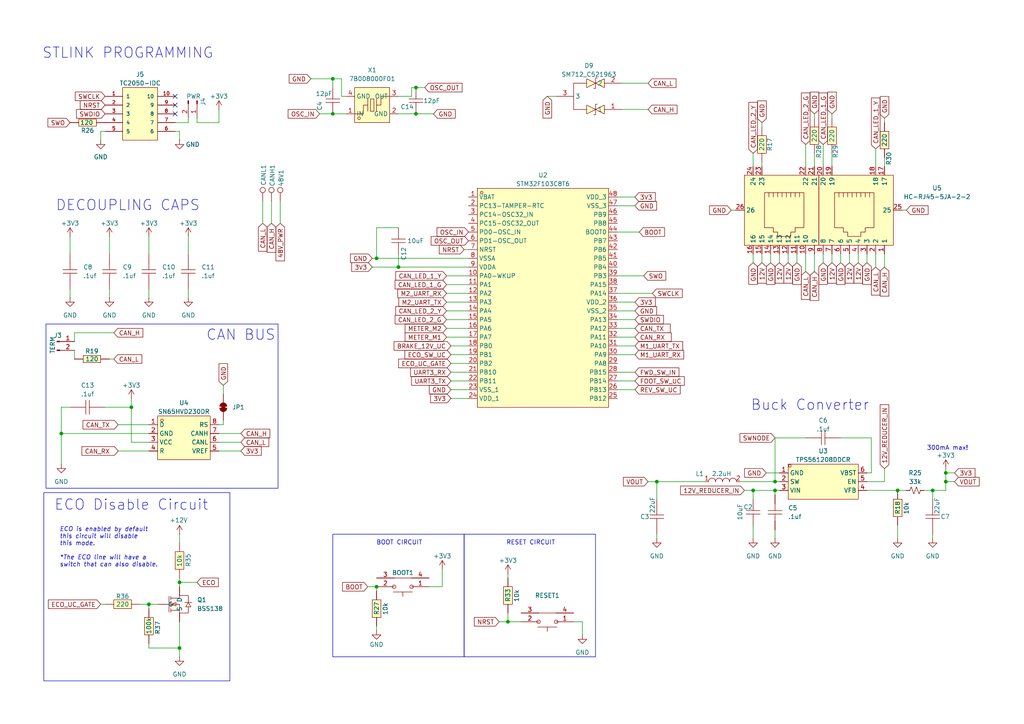
<source format=kicad_sch>
(kicad_sch (version 20250114) (generator "eeschema") (generator_version "9.0")
  (paper "A4")
  (lib_symbols
    (symbol "CL21A226MAYNNNE_1" (pin_numbers (hide yes)) (pin_names (hide yes))
      (property "Reference" "C" (at 0 5.08 0))
      (property "Value" "CL21A226MAYNNNE" (at 0 -5.08 0))
      (symbol "CL21A226MAYNNNE_1_0_1"
        (pin unspecified line (at -5.08 0 0) (length 2.54) (name "1") (number "1"))
        (pin unspecified line (at 5.08 0 180) (length 2.54) (name "2") (number "2"))
      )
    )
    (symbol "Connector:Conn_01x02_Pin" (pin_names (offset 1.016) (hide yes))
      (property "Reference" "J" (at 0 2.54 0))
      (property "Value" "Conn_01x02_Pin" (at 0 -5.08 0))
      (symbol "Conn_01x02_Pin_1_1"
        (pin passive line (at 5.08 0 180) (length 3.81) (name "Pin_1") (number "1"))
        (pin passive line (at 5.08 -2.54 180) (length 3.81) (name "Pin_2") (number "2"))
      )
    )
    (symbol "Connector:TestPoint" (pin_numbers (hide yes)) (pin_names (offset 0.762) (hide yes))
      (property "Reference" "TP" (at 0 6.858 0))
      (property "Value" "TestPoint" (at 0 5.08 0))
      (symbol "TestPoint_1_1"
        (pin passive line (at 0 0 90) (length 2.54) (name "1") (number "1"))
      )
    )
    (symbol "Device:R_Small_US" (pin_numbers (hide yes)) (pin_names (offset 0.254) (hide yes))
      (property "Reference" "R" (at 0.762 0.508 0))
      (property "Value" "R_Small_US" (at 0.762 -1.016 0))
      (symbol "R_Small_US_1_1"
        (pin passive line (at 0 2.54 270) (length 1.016) (name "~") (number "1"))
        (pin passive line (at 0 -2.54 90) (length 1.016) (name "~") (number "2"))
      )
    )
    (symbol "FRC0603J103TS_2" (pin_numbers (hide yes)) (pin_names (hide yes))
      (property "Reference" "R" (at 0 5.08 0))
      (property "Value" "FRC0603J103TS" (at 0 -5.08 0))
      (symbol "FRC0603J103TS_2_0_1"
        (pin unspecified line (at -5.08 0 0) (length 2.54) (name "1") (number "1"))
        (pin unspecified line (at 5.08 0 180) (length 2.54) (name "2") (number "2"))
      )
    )
    (symbol "Jumper:SolderJumper_2_Bridged" (pin_numbers (hide yes)) (pin_names (offset 0) (hide yes)) (exclude_from_sim yes) (in_bom no)
      (property "Reference" "JP" (at 0 2.032 0))
      (property "Value" "SolderJumper_2_Bridged" (at 0 -2.54 0))
      (symbol "SolderJumper_2_Bridged_1_1"
        (pin passive line (at -3.81 0 0) (length 2.54) (name "A") (number "1"))
        (pin passive line (at 3.81 0 180) (length 2.54) (name "B") (number "2"))
      )
    )
    (symbol "easyeda2kicad:TC2050-IDC" (pin_names (offset 1.016))
      (property "Reference" "J" (at -5.0813 8.3842 0))
      (property "Value" "TC2050-IDC" (at -5.0844 -10.1688 0))
      (symbol "TC2050-IDC_0_0"
        (pin passive line (at -10.16 5.08 0) (length 5.08) (name "1") (number "1"))
        (pin passive line (at -10.16 2.54 0) (length 5.08) (name "2") (number "2"))
        (pin passive line (at -10.16 0 0) (length 5.08) (name "3") (number "3"))
        (pin passive line (at -10.16 -2.54 0) (length 5.08) (name "4") (number "4"))
        (pin passive line (at -10.16 -5.08 0) (length 5.08) (name "5") (number "5"))
        (pin passive line (at 10.16 5.08 180) (length 5.08) (name "10") (number "10"))
        (pin passive line (at 10.16 2.54 180) (length 5.08) (name "9") (number "9"))
        (pin passive line (at 10.16 0 180) (length 5.08) (name "8") (number "8"))
        (pin passive line (at 10.16 -2.54 180) (length 5.08) (name "7") (number "7"))
        (pin passive line (at 10.16 -5.08 180) (length 5.08) (name "6") (number "6"))
      )
    )
    (symbol "easyeda:0402CG120J500NT" (pin_numbers (hide yes)) (pin_names (hide yes))
      (property "Reference" "C" (at 0 5.08 0))
      (property "Value" "0402CG120J500NT" (at 0 -5.08 0))
      (symbol "0402CG120J500NT_0_1"
        (pin input line (at -3.81 0 0) (length 2.54) (name "1") (number "1"))
        (pin input line (at 3.81 0 180) (length 2.54) (name "2") (number "2"))
      )
    )
    (symbol "easyeda:1TS003B-1400-3500A" (pin_names (hide yes))
      (property "Reference" "SW" (at 0 5.08 0))
      (property "Value" "1TS003B-1400-3500A" (at 0 -7.62 0))
      (symbol "1TS003B-1400-3500A_0_1"
        (pin unspecified line (at -7.62 0 0) (length 5.08) (name "1") (number "1"))
        (pin unspecified line (at -7.62 -2.54 0) (length 5.08) (name "4") (number "4"))
        (pin unspecified line (at 7.62 0 180) (length 5.08) (name "2") (number "2"))
        (pin unspecified line (at 7.62 -2.54 180) (length 5.08) (name "3") (number "3"))
      )
    )
    (symbol "easyeda:7B008000F01"
      (property "Reference" "X" (at 0 7.62 0))
      (property "Value" "7B008000F01" (at 0 -7.62 0))
      (symbol "7B008000F01_0_1"
        (pin input line (at -7.62 2.54 0) (length 2.54) (name "GND") (number "4"))
        (pin input line (at -7.62 -2.54 0) (length 2.54) (name "IN") (number "1"))
        (pin input line (at 7.62 2.54 180) (length 2.54) (name "OUT") (number "3"))
        (pin input line (at 7.62 -2.54 180) (length 2.54) (name "GND") (number "2"))
      )
    )
    (symbol "easyeda:BSS138_C427380" (pin_numbers (hide yes))
      (property "Reference" "Q" (at 0 10.16 0))
      (property "Value" "BSS138_C427380" (at 0 -10.16 0))
      (symbol "BSS138_C427380_0_1"
        (pin unspecified line (at -3.81 0 0) (length 2.54) (name "G") (number "1"))
        (pin unspecified line (at 2.54 5.08 270) (length 2.54) (name "D") (number "3"))
        (pin unspecified line (at 2.54 -5.08 90) (length 2.54) (name "S") (number "2"))
      )
    )
    (symbol "easyeda:CGA0805X7R104K101MT" (pin_numbers (hide yes)) (pin_names (hide yes))
      (property "Reference" "C" (at 0 5.08 0))
      (property "Value" "CGA0805X7R104K101MT" (at 0 -5.08 0))
      (symbol "CGA0805X7R104K101MT_0_1"
        (pin unspecified line (at -5.08 0 0) (length 2.54) (name "1") (number "1"))
        (pin unspecified line (at 5.08 0 180) (length 2.54) (name "2") (number "2"))
      )
    )
    (symbol "easyeda:CL21A106KOQNNNE" (pin_numbers (hide yes)) (pin_names (hide yes))
      (property "Reference" "C" (at 0 5.08 0))
      (property "Value" "CL21A106KOQNNNE" (at 0 -5.08 0))
      (symbol "CL21A106KOQNNNE_0_1"
        (pin input line (at -3.81 0 0) (length 2.54) (name "1") (number "1"))
        (pin input line (at 3.81 0 180) (length 2.54) (name "2") (number "2"))
      )
    )
    (symbol "easyeda:CL21A226MAYNNNE" (pin_numbers (hide yes)) (pin_names (hide yes))
      (property "Reference" "C" (at 0 5.08 0))
      (property "Value" "CL21A226MAYNNNE" (at 0 -5.08 0))
      (symbol "CL21A226MAYNNNE_0_1"
        (pin unspecified line (at -5.08 0 0) (length 2.54) (name "1") (number "1"))
        (pin unspecified line (at 5.08 0 180) (length 2.54) (name "2") (number "2"))
      )
    )
    (symbol "easyeda:CQ03WAJ0221T5E" (pin_numbers (hide yes)) (pin_names (hide yes))
      (property "Reference" "U" (at 0 5.08 0))
      (property "Value" "CQ03WAJ0221T5E" (at 0 -5.08 0))
      (symbol "CQ03WAJ0221T5E_0_1"
        (pin unspecified line (at -5.08 0 0) (length 2.54) (name "1") (number "1"))
        (pin unspecified line (at 5.08 0 180) (length 2.54) (name "2") (number "2"))
      )
    )
    (symbol "easyeda:FRC0603J104TS" (pin_numbers (hide yes)) (pin_names (hide yes))
      (property "Reference" "R" (at 0 5.08 0))
      (property "Value" "FRC0603J104 TS" (at 0 -5.08 0))
      (symbol "FRC0603J104TS_0_1"
        (pin unspecified line (at -5.08 0 0) (length 2.54) (name "1") (number "1"))
        (pin unspecified line (at 5.08 0 180) (length 2.54) (name "2") (number "2"))
      )
    )
    (symbol "easyeda:FRC0805J103TS" (pin_numbers (hide yes)) (pin_names (hide yes))
      (property "Reference" "R" (at 0 5.08 0))
      (property "Value" "FRC0805J103TS" (at 0 -5.08 0))
      (symbol "FRC0805J103TS_0_1"
        (pin unspecified line (at -5.08 0 0) (length 2.54) (name "1") (number "1"))
        (pin unspecified line (at 5.08 0 180) (length 2.54) (name "2") (number "2"))
      )
    )
    (symbol "easyeda:HC-RJ45-5JA-2-2"
      (property "Reference" "U" (at 0 17.78 0))
      (property "Value" "HC-RJ45-5JA-2-2" (at 0 -17.78 0))
      (symbol "HC-RJ45-5JA-2-2_0_1"
        (pin unspecified line (at -25.4 0 0) (length 2.54) (name "26") (number "26"))
        (pin unspecified line (at -20.32 12.7 270) (length 2.54) (name "24") (number "24"))
        (pin unspecified line (at -20.32 -12.7 90) (length 2.54) (name "16") (number "16"))
        (pin unspecified line (at -17.78 12.7 270) (length 2.54) (name "23") (number "23"))
        (pin unspecified line (at -17.78 -12.7 90) (length 2.54) (name "15") (number "15"))
        (pin unspecified line (at -15.24 -12.7 90) (length 2.54) (name "14") (number "14"))
        (pin unspecified line (at -12.7 -12.7 90) (length 2.54) (name "13") (number "13"))
        (pin unspecified line (at -10.16 -12.7 90) (length 2.54) (name "12") (number "12"))
        (pin unspecified line (at -7.62 -12.7 90) (length 2.54) (name "11") (number "11"))
        (pin unspecified line (at -5.08 12.7 270) (length 2.54) (name "22") (number "22"))
        (pin unspecified line (at -5.08 -12.7 90) (length 2.54) (name "10") (number "10"))
        (pin unspecified line (at -2.54 12.7 270) (length 2.54) (name "21") (number "21"))
        (pin unspecified line (at -2.54 -12.7 90) (length 2.54) (name "9") (number "9"))
        (pin unspecified line (at 0 12.7 270) (length 2.54) (name "20") (number "20"))
        (pin unspecified line (at 0 -12.7 90) (length 2.54) (name "8") (number "8"))
        (pin unspecified line (at 2.54 12.7 270) (length 2.54) (name "19") (number "19"))
        (pin unspecified line (at 2.54 -12.7 90) (length 2.54) (name "7") (number "7"))
        (pin unspecified line (at 5.08 -12.7 90) (length 2.54) (name "6") (number "6"))
        (pin unspecified line (at 7.62 -12.7 90) (length 2.54) (name "5") (number "5"))
        (pin unspecified line (at 10.16 -12.7 90) (length 2.54) (name "4") (number "4"))
        (pin unspecified line (at 12.7 -12.7 90) (length 2.54) (name "3") (number "3"))
        (pin unspecified line (at 15.24 12.7 270) (length 2.54) (name "18") (number "18"))
        (pin unspecified line (at 15.24 -12.7 90) (length 2.54) (name "2") (number "2"))
        (pin unspecified line (at 17.78 12.7 270) (length 2.54) (name "17") (number "17"))
        (pin unspecified line (at 17.78 -12.7 90) (length 2.54) (name "1") (number "1"))
        (pin unspecified line (at 22.86 0 180) (length 2.54) (name "25") (number "25"))
      )
    )
    (symbol "easyeda:RTT03121JTP" (pin_numbers (hide yes)) (pin_names (hide yes))
      (property "Reference" "R" (at 0 5.08 0))
      (property "Value" "RTT03121JTP" (at 0 -5.08 0))
      (symbol "RTT03121JTP_0_1"
        (pin input line (at -5.08 0 0) (length 2.54) (name "1") (number "1"))
        (pin input line (at 5.08 0 180) (length 2.54) (name "2") (number "2"))
      )
    )
    (symbol "easyeda:SM712_C521963"
      (property "Reference" "D" (at 0 8.89 0))
      (property "Value" "SM712_C521963" (at 0 -8.89 0))
      (symbol "SM712_C521963_0_1"
        (pin unspecified line (at -11.43 0 0) (length 5.08) (name "3") (number "3"))
        (pin unspecified line (at 7.62 3.81 180) (length 5.08) (name "2") (number "2"))
        (pin unspecified line (at 7.62 -3.81 180) (length 5.08) (name "1") (number "1"))
      )
    )
    (symbol "easyeda:SN65HVD230DR"
      (property "Reference" "U" (at 0 8.89 0))
      (property "Value" "SN65HVD230DR" (at 0 -8.89 0))
      (symbol "SN65HVD230DR_0_1"
        (pin unspecified line (at -10.16 3.81 0) (length 2.54) (name "D") (number "1"))
        (pin unspecified line (at -10.16 1.27 0) (length 2.54) (name "GND") (number "2"))
        (pin unspecified line (at -10.16 -1.27 0) (length 2.54) (name "VCC") (number "3"))
        (pin unspecified line (at -10.16 -3.81 0) (length 2.54) (name "R") (number "4"))
        (pin unspecified line (at 10.16 3.81 180) (length 2.54) (name "RS") (number "8"))
        (pin unspecified line (at 10.16 1.27 180) (length 2.54) (name "CANH") (number "7"))
        (pin unspecified line (at 10.16 -1.27 180) (length 2.54) (name "CANL") (number "6"))
        (pin unspecified line (at 10.16 -3.81 180) (length 2.54) (name "VREF") (number "5"))
      )
    )
    (symbol "easyeda:STM32F103C8T6"
      (property "Reference" "U" (at 0 34.29 0))
      (property "Value" "STM32F103C8T6" (at 0 -34.29 0))
      (symbol "STM32F103C8T6_0_1"
        (pin unspecified line (at -21.59 29.21 0) (length 2.54) (name "VBAT") (number "1"))
        (pin unspecified line (at -21.59 26.67 0) (length 2.54) (name "PC13-TAMPER-RTC") (number "2"))
        (pin unspecified line (at -21.59 24.13 0) (length 2.54) (name "PC14-OSC32_IN") (number "3"))
        (pin unspecified line (at -21.59 21.59 0) (length 2.54) (name "PC15-OSC32_OUT") (number "4"))
        (pin unspecified line (at -21.59 19.05 0) (length 2.54) (name "PD0-OSC_IN") (number "5"))
        (pin unspecified line (at -21.59 16.51 0) (length 2.54) (name "PD1-OSC_OUT") (number "6"))
        (pin unspecified line (at -21.59 13.97 0) (length 2.54) (name "NRST") (number "7"))
        (pin unspecified line (at -21.59 11.43 0) (length 2.54) (name "VSSA") (number "8"))
        (pin unspecified line (at -21.59 8.89 0) (length 2.54) (name "VDDA") (number "9"))
        (pin unspecified line (at -21.59 6.35 0) (length 2.54) (name "PA0-WKUP") (number "10"))
        (pin unspecified line (at -21.59 3.81 0) (length 2.54) (name "PA1") (number "11"))
        (pin unspecified line (at -21.59 1.27 0) (length 2.54) (name "PA2") (number "12"))
        (pin unspecified line (at -21.59 -1.27 0) (length 2.54) (name "PA3") (number "13"))
        (pin unspecified line (at -21.59 -3.81 0) (length 2.54) (name "PA4") (number "14"))
        (pin unspecified line (at -21.59 -6.35 0) (length 2.54) (name "PA5") (number "15"))
        (pin unspecified line (at -21.59 -8.89 0) (length 2.54) (name "PA6") (number "16"))
        (pin unspecified line (at -21.59 -11.43 0) (length 2.54) (name "PA7") (number "17"))
        (pin unspecified line (at -21.59 -13.97 0) (length 2.54) (name "PB0") (number "18"))
        (pin unspecified line (at -21.59 -16.51 0) (length 2.54) (name "PB1") (number "19"))
        (pin unspecified line (at -21.59 -19.05 0) (length 2.54) (name "PB2") (number "20"))
        (pin unspecified line (at -21.59 -21.59 0) (length 2.54) (name "PB10") (number "21"))
        (pin unspecified line (at -21.59 -24.13 0) (length 2.54) (name "PB11") (number "22"))
        (pin unspecified line (at -21.59 -26.67 0) (length 2.54) (name "VSS_1") (number "23"))
        (pin unspecified line (at -21.59 -29.21 0) (length 2.54) (name "VDD_1") (number "24"))
        (pin unspecified line (at 21.59 29.21 180) (length 2.54) (name "VDD_3") (number "48"))
        (pin unspecified line (at 21.59 26.67 180) (length 2.54) (name "VSS_3") (number "47"))
        (pin unspecified line (at 21.59 24.13 180) (length 2.54) (name "PB9") (number "46"))
        (pin unspecified line (at 21.59 21.59 180) (length 2.54) (name "PB8") (number "45"))
        (pin unspecified line (at 21.59 19.05 180) (length 2.54) (name "BOOT0") (number "44"))
        (pin unspecified line (at 21.59 16.51 180) (length 2.54) (name "PB7") (number "43"))
        (pin unspecified line (at 21.59 13.97 180) (length 2.54) (name "PB6") (number "42"))
        (pin unspecified line (at 21.59 11.43 180) (length 2.54) (name "PB5") (number "41"))
        (pin unspecified line (at 21.59 8.89 180) (length 2.54) (name "PB4") (number "40"))
        (pin unspecified line (at 21.59 6.35 180) (length 2.54) (name "PB3") (number "39"))
        (pin unspecified line (at 21.59 3.81 180) (length 2.54) (name "PA15") (number "38"))
        (pin unspecified line (at 21.59 1.27 180) (length 2.54) (name "PA14") (number "37"))
        (pin unspecified line (at 21.59 -1.27 180) (length 2.54) (name "VDD_2") (number "36"))
        (pin unspecified line (at 21.59 -3.81 180) (length 2.54) (name "VSS_2") (number "35"))
        (pin unspecified line (at 21.59 -6.35 180) (length 2.54) (name "PA13") (number "34"))
        (pin unspecified line (at 21.59 -8.89 180) (length 2.54) (name "PA12") (number "33"))
        (pin unspecified line (at 21.59 -11.43 180) (length 2.54) (name "PA11") (number "32"))
        (pin unspecified line (at 21.59 -13.97 180) (length 2.54) (name "PA10") (number "31"))
        (pin unspecified line (at 21.59 -16.51 180) (length 2.54) (name "PA9") (number "30"))
        (pin unspecified line (at 21.59 -19.05 180) (length 2.54) (name "PA8") (number "29"))
        (pin unspecified line (at 21.59 -21.59 180) (length 2.54) (name "PB15") (number "28"))
        (pin unspecified line (at 21.59 -24.13 180) (length 2.54) (name "PB14") (number "27"))
        (pin unspecified line (at 21.59 -26.67 180) (length 2.54) (name "PB13") (number "26"))
        (pin unspecified line (at 21.59 -29.21 180) (length 2.54) (name "PB12") (number "25"))
      )
    )
    (symbol "easyeda:TMS252012ALM-2R2MTAA" (pin_names (hide yes))
      (property "Reference" "L" (at 0 5.08 0))
      (property "Value" "TMS252012ALM-2R2MTAA" (at 0 -5.08 0))
      (symbol "TMS252012ALM-2R2MTAA_0_1"
        (pin unspecified line (at -5.08 0 0) (length 1.016) (name "1") (number "1"))
        (pin unspecified line (at 5.08 0 180) (length 1.016) (name "2") (number "2"))
      )
    )
    (symbol "easyeda:TPS561208DDCR"
      (property "Reference" "U" (at 0 7.62 0))
      (property "Value" "TPS561208DDCR" (at 0 -7.62 0))
      (symbol "TPS561208DDCR_0_1"
        (pin unspecified line (at -12.7 2.54 0) (length 2.54) (name "GND") (number "1"))
        (pin unspecified line (at -12.7 0 0) (length 2.54) (name "SW") (number "2"))
        (pin unspecified line (at -12.7 -2.54 0) (length 2.54) (name "VIN") (number "3"))
        (pin unspecified line (at 12.7 2.54 180) (length 2.54) (name "VBST") (number "6"))
        (pin unspecified line (at 12.7 0 180) (length 2.54) (name "EN") (number "5"))
        (pin unspecified line (at 12.7 -2.54 180) (length 2.54) (name "VFB") (number "4"))
      )
    )
    (symbol "power:+12V" (power) (pin_numbers (hide yes)) (pin_names (offset 0) (hide yes))
      (property "Value" "+12V" (at 0 3.556 0))
      (symbol "+12V_1_1"
        (pin power_in line (at 0 0 90) (length 0) (name "~") (number "1"))
      )
    )
    (symbol "power:+3V3" (power) (pin_numbers (hide yes)) (pin_names (offset 0) (hide yes))
      (property "Value" "+3V3" (at 0 3.556 0))
      (symbol "+3V3_1_1"
        (pin power_in line (at 0 0 90) (length 0) (name "~") (number "1"))
      )
    )
    (symbol "power:GND" (power) (pin_numbers (hide yes)) (pin_names (offset 0) (hide yes))
      (property "Value" "GND" (at 0 -3.81 0))
      (symbol "GND_1_1"
        (pin power_in line (at 0 0 270) (length 0) (name "~") (number "1"))
      )
    )
  )
  (rectangle (start 13.335 93.98) (end 80.645 141.605))
  (rectangle (start 12.7 142.875) (end 66.675 197.485))
  (rectangle (start 134.62 154.94) (end 172.72 190.5))
  (rectangle (start 96.52 154.94) (end 134.62 190.5))
  (text "ECO Disable Circuit" (at 38.1 146.558 0) (effects (font (size 3 3))))
  (text "BOOT CIRCUIT" (at 115.824 157.48 0) (effects (font (size 1.27 1.27))))
  (text "STLINK PROGRAMMING" (at 37.084 15.494 0) (effects (font (size 3 3))))
  (text "ECO is enabled by default\nthis circuit will disable \nthis mode.\n\n*The ECO line will have a \nswitch that can also disable." (at 17.272 158.75 0) (effects (font (size 1.27 1.27) (italic yes)) (justify left)))
  (text "CAN BUS\n" (at 69.85 97.282 0) (effects (font (size 3 3))))
  (text "DECOUPLING CAPS" (at 37.084 59.69 0) (effects (font (size 3 3))))
  (text "Buck Converter" (at 234.95 117.602 0) (effects (font (size 3 3))))
  (text "300mA max!" (at 274.828 130.048 0) (effects (font (size 1.27 1.27))))
  (text "RESET CIRCUIT" (at 153.924 157.48 0) (effects (font (size 1.27 1.27))))
  (junction (at 190.5 139.7))
  (junction (at 43.18 175.26))
  (junction (at 17.78 125.73))
  (junction (at 224.79 142.24))
  (junction (at 96.52 33.02))
  (junction (at 120.65 33.02))
  (junction (at 38.1 118.11))
  (junction (at 52.07 168.91))
  (junction (at 147.32 180.34))
  (junction (at 274.32 139.7))
  (junction (at 260.35 142.24))
  (junction (at 224.79 139.7))
  (junction (at 52.07 187.96))
  (junction (at 109.22 170.18))
  (junction (at 115.57 77.47))
  (junction (at 270.51 142.24))
  (junction (at 96.52 22.86))
  (junction (at 218.44 142.24))
  (junction (at 109.22 74.93))
  (junction (at 120.65 25.4))
  (junction (at 274.32 137.16))
  (no_connect (at 50.8 27.94))
  (no_connect (at 50.8 30.48))
  (no_connect (at 50.8 33.02))
  (wire (pts (xy 109.22 170.18) (xy 109.22 171.45)))
  (wire (pts (xy 30.48 38.1) (xy 29.21 38.1)))
  (wire (pts (xy 54.61 68.58) (xy 54.61 73.66)))
  (wire (pts (xy 180.34 31.75) (xy 187.96 31.75)))
  (wire (pts (xy 52.07 38.1) (xy 52.07 40.64)))
  (wire (pts (xy 186.69 80.01) (xy 179.07 80.01)))
  (wire (pts (xy 99.06 27.94) (xy 99.06 22.86)))
  (wire (pts (xy 241.3 44.45) (xy 241.3 48.26)))
  (wire (pts (xy 52.07 38.1) (xy 50.8 38.1)))
  (wire (pts (xy 120.65 25.4) (xy 119.38 25.4)))
  (wire (pts (xy 129.54 90.17) (xy 135.89 90.17)))
  (wire (pts (xy 256.54 77.47) (xy 256.54 73.66)))
  (wire (pts (xy 184.15 92.71) (xy 179.07 92.71)))
  (wire (pts (xy 251.46 139.7) (xy 256.54 139.7)))
  (wire (pts (xy 130.81 102.87) (xy 135.89 102.87)))
  (wire (pts (xy 31.75 68.58) (xy 31.75 73.66)))
  (wire (pts (xy 106.68 170.18) (xy 109.22 170.18)))
  (wire (pts (xy 184.15 110.49) (xy 179.07 110.49)))
  (wire (pts (xy 38.1 115.57) (xy 38.1 118.11)))
  (wire (pts (xy 109.22 66.04) (xy 109.22 74.93)))
  (wire (pts (xy 224.79 127) (xy 233.68 127)))
  (wire (pts (xy 119.38 27.94) (xy 115.57 27.94)))
  (wire (pts (xy 20.32 118.11) (xy 17.78 118.11)))
  (wire (pts (xy 130.81 115.57) (xy 135.89 115.57)))
  (wire (pts (xy 248.92 76.2) (xy 248.92 73.66)))
  (wire (pts (xy 144.78 180.34) (xy 147.32 180.34)))
  (wire (pts (xy 256.54 34.29) (xy 256.54 35.56)))
  (wire (pts (xy 184.15 107.95) (xy 179.07 107.95)))
  (wire (pts (xy 115.57 33.02) (xy 120.65 33.02)))
  (wire (pts (xy 238.76 41.91) (xy 238.76 48.26)))
  (wire (pts (xy 224.79 139.7) (xy 226.06 139.7)))
  (wire (pts (xy 218.44 44.45) (xy 218.44 48.26)))
  (wire (pts (xy 223.52 76.2) (xy 223.52 73.66)))
  (wire (pts (xy 252.73 127) (xy 243.84 127)))
  (wire (pts (xy 274.32 137.16) (xy 274.32 135.89)))
  (wire (pts (xy 134.62 72.39) (xy 135.89 72.39)))
  (wire (pts (xy 184.15 87.63) (xy 179.07 87.63)))
  (wire (pts (xy 129.54 80.01) (xy 135.89 80.01)))
  (wire (pts (xy 274.32 139.7) (xy 276.86 139.7)))
  (wire (pts (xy 212.09 60.96) (xy 213.36 60.96)))
  (wire (pts (xy 99.06 27.94) (xy 100.33 27.94)))
  (wire (pts (xy 189.23 85.09) (xy 179.07 85.09)))
  (wire (pts (xy 81.28 58.42) (xy 81.28 64.77)))
  (wire (pts (xy 218.44 76.2) (xy 218.44 73.66)))
  (wire (pts (xy 231.14 76.2) (xy 231.14 73.66)))
  (wire (pts (xy 52.07 154.94) (xy 52.07 157.48)))
  (wire (pts (xy 256.54 139.7) (xy 256.54 135.89)))
  (wire (pts (xy 52.07 168.91) (xy 52.07 170.18)))
  (wire (pts (xy 21.59 101.6) (xy 21.59 104.14)))
  (wire (pts (xy 190.5 144.78) (xy 190.5 139.7)))
  (wire (pts (xy 184.15 95.25) (xy 179.07 95.25)))
  (wire (pts (xy 233.68 41.91) (xy 233.68 48.26)))
  (wire (pts (xy 260.35 152.4) (xy 260.35 156.21)))
  (wire (pts (xy 256.54 45.72) (xy 256.54 48.26)))
  (wire (pts (xy 123.19 25.4) (xy 120.65 25.4)))
  (wire (pts (xy 184.15 59.69) (xy 179.07 59.69)))
  (wire (pts (xy 30.48 118.11) (xy 38.1 118.11)))
  (wire (pts (xy 151.13 180.34) (xy 147.32 180.34)))
  (wire (pts (xy 92.71 33.02) (xy 96.52 33.02)))
  (wire (pts (xy 214.63 139.7) (xy 224.79 139.7)))
  (wire (pts (xy 184.15 57.15) (xy 179.07 57.15)))
  (wire (pts (xy 228.6 76.2) (xy 228.6 73.66)))
  (wire (pts (xy 52.07 190.5) (xy 52.07 187.96)))
  (wire (pts (xy 236.22 33.02) (xy 236.22 34.29)))
  (wire (pts (xy 69.85 130.81) (xy 63.5 130.81)))
  (wire (pts (xy 166.37 180.34) (xy 168.91 180.34)))
  (wire (pts (xy 52.07 167.64) (xy 52.07 168.91)))
  (wire (pts (xy 184.15 113.03) (xy 179.07 113.03)))
  (wire (pts (xy 241.3 76.2) (xy 241.3 73.66)))
  (wire (pts (xy 64.77 111.76) (xy 64.77 114.3)))
  (wire (pts (xy 78.74 58.42) (xy 78.74 64.77)))
  (wire (pts (xy 224.79 153.67) (xy 224.79 156.21)))
  (wire (pts (xy 224.79 143.51) (xy 224.79 142.24)))
  (wire (pts (xy 270.51 142.24) (xy 274.32 142.24)))
  (wire (pts (xy 57.15 35.56) (xy 63.5 35.56)))
  (wire (pts (xy 130.81 100.33) (xy 135.89 100.33)))
  (wire (pts (xy 158.75 27.94) (xy 161.29 27.94)))
  (wire (pts (xy 17.78 125.73) (xy 17.78 134.62)))
  (wire (pts (xy 190.5 154.94) (xy 190.5 156.21)))
  (wire (pts (xy 50.8 35.56) (xy 54.61 35.56)))
  (wire (pts (xy 254 43.18) (xy 254 48.26)))
  (wire (pts (xy 233.68 78.74) (xy 233.68 73.66)))
  (wire (pts (xy 270.51 154.94) (xy 270.51 156.21)))
  (wire (pts (xy 43.18 175.26) (xy 45.72 175.26)))
  (wire (pts (xy 38.1 128.27) (xy 43.18 128.27)))
  (wire (pts (xy 31.75 104.14) (xy 33.02 104.14)))
  (wire (pts (xy 260.35 142.24) (xy 262.89 142.24)))
  (wire (pts (xy 180.34 24.13) (xy 187.96 24.13)))
  (wire (pts (xy 129.54 97.79) (xy 135.89 97.79)))
  (wire (pts (xy 251.46 142.24) (xy 260.35 142.24)))
  (wire (pts (xy 115.57 77.47) (xy 135.89 77.47)))
  (wire (pts (xy 224.79 142.24) (xy 226.06 142.24)))
  (wire (pts (xy 226.06 76.2) (xy 226.06 73.66)))
  (wire (pts (xy 109.22 74.93) (xy 135.89 74.93)))
  (wire (pts (xy 270.51 142.24) (xy 270.51 144.78)))
  (wire (pts (xy 30.48 175.26) (xy 29.21 175.26)))
  (wire (pts (xy 34.29 130.81) (xy 43.18 130.81)))
  (wire (pts (xy 168.91 180.34) (xy 168.91 184.15)))
  (wire (pts (xy 130.81 113.03) (xy 135.89 113.03)))
  (wire (pts (xy 222.25 137.16) (xy 226.06 137.16)))
  (wire (pts (xy 54.61 83.82) (xy 54.61 86.36)))
  (wire (pts (xy 251.46 137.16) (xy 252.73 137.16)))
  (wire (pts (xy 43.18 187.96) (xy 52.07 187.96)))
  (wire (pts (xy 215.9 142.24) (xy 218.44 142.24)))
  (wire (pts (xy 129.54 92.71) (xy 135.89 92.71)))
  (wire (pts (xy 184.15 90.17) (xy 179.07 90.17)))
  (wire (pts (xy 20.32 68.58) (xy 20.32 73.66)))
  (wire (pts (xy 185.42 67.31) (xy 179.07 67.31)))
  (wire (pts (xy 190.5 139.7) (xy 204.47 139.7)))
  (wire (pts (xy 220.98 76.2) (xy 220.98 73.66)))
  (wire (pts (xy 252.73 137.16) (xy 252.73 127)))
  (wire (pts (xy 129.54 87.63) (xy 135.89 87.63)))
  (wire (pts (xy 107.95 77.47) (xy 115.57 77.47)))
  (wire (pts (xy 43.18 125.73) (xy 17.78 125.73)))
  (wire (pts (xy 218.44 142.24) (xy 218.44 144.78)))
  (wire (pts (xy 262.89 60.96) (xy 261.62 60.96)))
  (wire (pts (xy 147.32 166.37) (xy 147.32 167.64)))
  (wire (pts (xy 64.77 123.19) (xy 64.77 121.92)))
  (wire (pts (xy 38.1 118.11) (xy 38.1 128.27)))
  (wire (pts (xy 31.75 83.82) (xy 31.75 86.36)))
  (wire (pts (xy 246.38 76.2) (xy 246.38 73.66)))
  (wire (pts (xy 29.21 38.1) (xy 29.21 40.64)))
  (wire (pts (xy 21.59 96.52) (xy 33.02 96.52)))
  (wire (pts (xy 99.06 22.86) (xy 96.52 22.86)))
  (wire (pts (xy 107.95 74.93) (xy 109.22 74.93)))
  (wire (pts (xy 43.18 68.58) (xy 43.18 73.66)))
  (wire (pts (xy 43.18 83.82) (xy 43.18 86.36)))
  (wire (pts (xy 251.46 76.2) (xy 251.46 73.66)))
  (wire (pts (xy 69.85 125.73) (xy 63.5 125.73)))
  (wire (pts (xy 274.32 139.7) (xy 274.32 137.16)))
  (wire (pts (xy 218.44 152.4) (xy 218.44 156.21)))
  (wire (pts (xy 20.32 83.82) (xy 20.32 86.36)))
  (wire (pts (xy 130.81 110.49) (xy 135.89 110.49)))
  (wire (pts (xy 43.18 186.69) (xy 43.18 187.96)))
  (wire (pts (xy 274.32 137.16) (xy 276.86 137.16)))
  (wire (pts (xy 120.65 33.02) (xy 125.73 33.02)))
  (wire (pts (xy 115.57 66.04) (xy 109.22 66.04)))
  (wire (pts (xy 147.32 177.8) (xy 147.32 180.34)))
  (wire (pts (xy 96.52 22.86) (xy 96.52 25.4)))
  (wire (pts (xy 21.59 96.52) (xy 21.59 99.06)))
  (wire (pts (xy 220.98 46.99) (xy 220.98 48.26)))
  (wire (pts (xy 128.27 165.1) (xy 128.27 170.18)))
  (wire (pts (xy 34.29 123.19) (xy 43.18 123.19)))
  (wire (pts (xy 57.15 34.29) (xy 57.15 35.56)))
  (wire (pts (xy 184.15 100.33) (xy 179.07 100.33)))
  (wire (pts (xy 90.17 22.86) (xy 96.52 22.86)))
  (wire (pts (xy 52.07 168.91) (xy 57.15 168.91)))
  (wire (pts (xy 187.96 139.7) (xy 190.5 139.7)))
  (wire (pts (xy 274.32 142.24) (xy 274.32 139.7)))
  (wire (pts (xy 184.15 102.87) (xy 179.07 102.87)))
  (wire (pts (xy 69.85 128.27) (xy 63.5 128.27)))
  (wire (pts (xy 236.22 78.74) (xy 236.22 73.66)))
  (wire (pts (xy 63.5 35.56) (xy 63.5 31.75)))
  (wire (pts (xy 130.81 105.41) (xy 135.89 105.41)))
  (wire (pts (xy 218.44 142.24) (xy 224.79 142.24)))
  (wire (pts (xy 267.97 142.24) (xy 270.51 142.24)))
  (wire (pts (xy 243.84 73.66) (xy 243.84 76.2)))
  (wire (pts (xy 220.98 35.56) (xy 220.98 36.83)))
  (wire (pts (xy 109.22 181.61) (xy 109.22 182.88)))
  (wire (pts (xy 129.54 82.55) (xy 135.89 82.55)))
  (wire (pts (xy 119.38 25.4) (xy 119.38 27.94)))
  (wire (pts (xy 63.5 123.19) (xy 64.77 123.19)))
  (wire (pts (xy 238.76 76.2) (xy 238.76 73.66)))
  (wire (pts (xy 236.22 44.45) (xy 236.22 48.26)))
  (wire (pts (xy 17.78 118.11) (xy 17.78 125.73)))
  (wire (pts (xy 76.2 58.42) (xy 76.2 64.77)))
  (wire (pts (xy 130.81 107.95) (xy 135.89 107.95)))
  (wire (pts (xy 54.61 35.56) (xy 54.61 34.29)))
  (wire (pts (xy 40.64 175.26) (xy 43.18 175.26)))
  (wire (pts (xy 115.57 73.66) (xy 115.57 77.47)))
  (wire (pts (xy 254 77.47) (xy 254 73.66)))
  (wire (pts (xy 129.54 95.25) (xy 135.89 95.25)))
  (wire (pts (xy 52.07 180.34) (xy 52.07 187.96)))
  (wire (pts (xy 96.52 33.02) (xy 100.33 33.02)))
  (wire (pts (xy 129.54 85.09) (xy 135.89 85.09)))
  (wire (pts (xy 224.79 127) (xy 224.79 139.7)))
  (wire (pts (xy 43.18 175.26) (xy 43.18 176.53)))
  (wire (pts (xy 184.15 97.79) (xy 179.07 97.79)))
  (wire (pts (xy 241.3 33.02) (xy 241.3 34.29)))
  (wire (pts (xy 128.27 170.18) (xy 124.46 170.18)))
  (global_label "GND" (shape input) (at 251.46 76.2 270) (property "Intersheetrefs" "${INTERSHEET_REFS}" (effects (hide yes))))
  (global_label "METER_M2" (shape input) (at 129.54 95.25 180) (property "Intersheetrefs" "${INTERSHEET_REFS}" (effects (hide yes))))
  (global_label "GND" (shape input) (at 241.3 33.02 90) (property "Intersheetrefs" "${INTERSHEET_REFS}" (effects (hide yes))))
  (global_label "3V3" (shape input) (at 184.15 57.15 0) (property "Intersheetrefs" "${INTERSHEET_REFS}" (effects (hide yes))))
  (global_label "12V" (shape input) (at 246.38 76.2 270) (property "Intersheetrefs" "${INTERSHEET_REFS}" (effects (hide yes))))
  (global_label "GND" (shape input) (at 262.89 60.96 0) (property "Intersheetrefs" "${INTERSHEET_REFS}" (effects (hide yes))))
  (global_label "CAN_L" (shape input) (at 33.02 104.14 0) (property "Intersheetrefs" "${INTERSHEET_REFS}" (effects (hide yes))))
  (global_label "GND" (shape input) (at 223.52 76.2 270) (property "Intersheetrefs" "${INTERSHEET_REFS}" (effects (hide yes))))
  (global_label "3V3" (shape input) (at 276.86 137.16 0) (property "Intersheetrefs" "${INTERSHEET_REFS}" (effects (hide yes))))
  (global_label "GND" (shape input) (at 184.15 59.69 0) (property "Intersheetrefs" "${INTERSHEET_REFS}" (effects (hide yes))))
  (global_label "CAN_H" (shape input) (at 236.22 78.74 270) (property "Intersheetrefs" "${INTERSHEET_REFS}" (effects (hide yes))))
  (global_label "GND" (shape input) (at 64.77 111.76 90) (property "Intersheetrefs" "${INTERSHEET_REFS}" (effects (hide yes))))
  (global_label "GND" (shape input) (at 256.54 34.29 90) (property "Intersheetrefs" "${INTERSHEET_REFS}" (effects (hide yes))))
  (global_label "CAN_LED_2_G" (shape input) (at 129.54 92.71 180) (property "Intersheetrefs" "${INTERSHEET_REFS}" (effects (hide yes))))
  (global_label "CAN_L" (shape input) (at 76.2 64.77 270) (property "Intersheetrefs" "${INTERSHEET_REFS}" (effects (hide yes))))
  (global_label "SWO" (shape input) (at 186.69 80.01 0) (property "Intersheetrefs" "${INTERSHEET_REFS}" (effects (hide yes))))
  (global_label "CAN_LED_1_Y" (shape input) (at 254 43.18 90) (property "Intersheetrefs" "${INTERSHEET_REFS}" (effects (hide yes))))
  (global_label "CAN_H" (shape input) (at 256.54 77.47 270) (property "Intersheetrefs" "${INTERSHEET_REFS}" (effects (hide yes))))
  (global_label "3V3" (shape input) (at 69.85 130.81 0) (property "Intersheetrefs" "${INTERSHEET_REFS}" (effects (hide yes))))
  (global_label "CAN_LED_2_G" (shape input) (at 233.68 41.91 90) (property "Intersheetrefs" "${INTERSHEET_REFS}" (effects (hide yes))))
  (global_label "CAN_RX " (shape input) (at 34.29 130.81 180) (property "Intersheetrefs" "${INTERSHEET_REFS}" (effects (hide yes))))
  (global_label "GND" (shape input) (at 107.95 74.93 180) (property "Intersheetrefs" "${INTERSHEET_REFS}" (effects (hide yes))))
  (global_label "CAN_LED_1_G" (shape input) (at 129.54 82.55 180) (property "Intersheetrefs" "${INTERSHEET_REFS}" (effects (hide yes))))
  (global_label "CAN_H" (shape input) (at 187.96 31.75 0) (property "Intersheetrefs" "${INTERSHEET_REFS}" (effects (hide yes))))
  (global_label "GND" (shape input) (at 231.14 76.2 270) (property "Intersheetrefs" "${INTERSHEET_REFS}" (effects (hide yes))))
  (global_label "UART3_RX" (shape input) (at 130.81 107.95 180) (property "Intersheetrefs" "${INTERSHEET_REFS}" (effects (hide yes))))
  (global_label "12V" (shape input) (at 226.06 76.2 270) (property "Intersheetrefs" "${INTERSHEET_REFS}" (effects (hide yes))))
  (global_label "FWD_SW_IN" (shape input) (at 184.15 107.95 0) (property "Intersheetrefs" "${INTERSHEET_REFS}" (effects (hide yes))))
  (global_label "SWDIO" (shape input) (at 30.48 33.02 180) (property "Intersheetrefs" "${INTERSHEET_REFS}" (effects (hide yes))))
  (global_label "CAN_H" (shape input) (at 33.02 96.52 0) (property "Intersheetrefs" "${INTERSHEET_REFS}" (effects (hide yes))))
  (global_label "CAN_TX " (shape input) (at 184.15 95.25 0) (property "Intersheetrefs" "${INTERSHEET_REFS}" (effects (hide yes))))
  (global_label "GND" (shape input) (at 90.17 22.86 180) (property "Intersheetrefs" "${INTERSHEET_REFS}" (effects (hide yes))))
  (global_label "CAN_LED_2_Y" (shape input) (at 129.54 90.17 180) (property "Intersheetrefs" "${INTERSHEET_REFS}" (effects (hide yes))))
  (global_label "NRST" (shape input) (at 134.62 72.39 180) (property "Intersheetrefs" "${INTERSHEET_REFS}" (effects (hide yes))))
  (global_label "SWNODE" (shape input) (at 224.79 127 180) (property "Intersheetrefs" "${INTERSHEET_REFS}" (effects (hide yes))))
  (global_label "GND" (shape input) (at 212.09 60.96 180) (property "Intersheetrefs" "${INTERSHEET_REFS}" (effects (hide yes))))
  (global_label "BOOT" (shape input) (at 185.42 67.31 0) (property "Intersheetrefs" "${INTERSHEET_REFS}" (effects (hide yes))))
  (global_label "CAN_L" (shape input) (at 254 77.47 270) (property "Intersheetrefs" "${INTERSHEET_REFS}" (effects (hide yes))))
  (global_label "GND" (shape input) (at 243.84 76.2 270) (property "Intersheetrefs" "${INTERSHEET_REFS}" (effects (hide yes))))
  (global_label "OSC_OUT" (shape input) (at 123.19 25.4 0) (property "Intersheetrefs" "${INTERSHEET_REFS}" (effects (hide yes))))
  (global_label "GND" (shape input) (at 236.22 33.02 90) (property "Intersheetrefs" "${INTERSHEET_REFS}" (effects (hide yes))))
  (global_label "BOOT" (shape input) (at 106.68 170.18 180) (property "Intersheetrefs" "${INTERSHEET_REFS}" (effects (hide yes))))
  (global_label "48V_PWR" (shape input) (at 81.28 64.77 270) (property "Intersheetrefs" "${INTERSHEET_REFS}" (effects (hide yes))))
  (global_label "GND" (shape input) (at 158.75 27.94 270) (property "Intersheetrefs" "${INTERSHEET_REFS}" (effects (hide yes))))
  (global_label "3V3" (shape input) (at 130.81 115.57 180) (property "Intersheetrefs" "${INTERSHEET_REFS}" (effects (hide yes))))
  (global_label "SWCLK" (shape input) (at 30.48 27.94 180) (property "Intersheetrefs" "${INTERSHEET_REFS}" (effects (hide yes))))
  (global_label "12V" (shape input) (at 228.6 76.2 270) (property "Intersheetrefs" "${INTERSHEET_REFS}" (effects (hide yes))))
  (global_label "GND" (shape input) (at 220.98 35.56 90) (property "Intersheetrefs" "${INTERSHEET_REFS}" (effects (hide yes))))
  (global_label "ECO_UC_GATE" (shape input) (at 130.81 105.41 180) (property "Intersheetrefs" "${INTERSHEET_REFS}" (effects (hide yes))) (property "Description" "When you enable three‑speed operation (setting “Three Speed” = 2 in the configuration), pulling ECO up to 12 V forces the controller into its low‑speed setting (as defined by the “LowSpeed Forw Speed” and “LowSpeed Rev Speed” parameters)." (effects (hide yes))))
  (global_label "3V3" (shape input) (at 107.95 77.47 180) (property "Intersheetrefs" "${INTERSHEET_REFS}" (effects (hide yes))))
  (global_label "GND" (shape input) (at 125.73 33.02 0) (property "Intersheetrefs" "${INTERSHEET_REFS}" (effects (hide yes))))
  (global_label "CAN_LED_1_G" (shape input) (at 238.76 41.91 90) (property "Intersheetrefs" "${INTERSHEET_REFS}" (effects (hide yes))))
  (global_label "CAN_H" (shape input) (at 78.74 64.77 270) (property "Intersheetrefs" "${INTERSHEET_REFS}" (effects (hide yes))))
  (global_label "FOOT_SW_UC" (shape input) (at 184.15 110.49 0) (property "Intersheetrefs" "${INTERSHEET_REFS}" (effects (hide yes))))
  (global_label "OSC_IN" (shape input) (at 135.89 67.31 180) (property "Intersheetrefs" "${INTERSHEET_REFS}" (effects (hide yes))))
  (global_label "M2_UART_TX" (shape input) (at 129.54 87.63 180) (property "Intersheetrefs" "${INTERSHEET_REFS}" (effects (hide yes))))
  (global_label "CAN_TX " (shape input) (at 34.29 123.19 180) (property "Intersheetrefs" "${INTERSHEET_REFS}" (effects (hide yes))))
  (global_label "SWO" (shape input) (at 20.32 35.56 180) (property "Intersheetrefs" "${INTERSHEET_REFS}" (effects (hide yes))))
  (global_label "OSC_OUT" (shape input) (at 135.89 69.85 180) (property "Intersheetrefs" "${INTERSHEET_REFS}" (effects (hide yes))))
  (global_label "CAN_L" (shape input) (at 69.85 128.27 0) (property "Intersheetrefs" "${INTERSHEET_REFS}" (effects (hide yes))))
  (global_label "12V" (shape input) (at 241.3 76.2 270) (property "Intersheetrefs" "${INTERSHEET_REFS}" (effects (hide yes))))
  (global_label "GND" (shape input) (at 218.44 76.2 270) (property "Intersheetrefs" "${INTERSHEET_REFS}" (effects (hide yes))))
  (global_label "12V" (shape input) (at 248.92 76.2 270) (property "Intersheetrefs" "${INTERSHEET_REFS}" (effects (hide yes))))
  (global_label "GND" (shape input) (at 238.76 76.2 270) (property "Intersheetrefs" "${INTERSHEET_REFS}" (effects (hide yes))))
  (global_label "M1_UART_TX" (shape input) (at 184.15 100.33 0) (property "Intersheetrefs" "${INTERSHEET_REFS}" (effects (hide yes))))
  (global_label "CAN_L" (shape input) (at 187.96 24.13 0) (property "Intersheetrefs" "${INTERSHEET_REFS}" (effects (hide yes))))
  (global_label "VOUT" (shape input) (at 187.96 139.7 180) (property "Intersheetrefs" "${INTERSHEET_REFS}" (effects (hide yes))))
  (global_label "12V" (shape input) (at 220.98 76.2 270) (property "Intersheetrefs" "${INTERSHEET_REFS}" (effects (hide yes))))
  (global_label "CAN_H" (shape input) (at 69.85 125.73 0) (property "Intersheetrefs" "${INTERSHEET_REFS}" (effects (hide yes))))
  (global_label "NRST" (shape input) (at 144.78 180.34 180) (property "Intersheetrefs" "${INTERSHEET_REFS}" (effects (hide yes))))
  (global_label "CAN_LED_2_Y" (shape input) (at 218.44 44.45 90) (property "Intersheetrefs" "${INTERSHEET_REFS}" (effects (hide yes))))
  (global_label "OSC_IN" (shape input) (at 92.71 33.02 180) (property "Intersheetrefs" "${INTERSHEET_REFS}" (effects (hide yes))))
  (global_label "SWCLK" (shape input) (at 189.23 85.09 0) (property "Intersheetrefs" "${INTERSHEET_REFS}" (effects (hide yes))))
  (global_label "3V3" (shape input) (at 184.15 87.63 0) (property "Intersheetrefs" "${INTERSHEET_REFS}" (effects (hide yes))))
  (global_label "UART3_TX" (shape input) (at 130.81 110.49 180) (property "Intersheetrefs" "${INTERSHEET_REFS}" (effects (hide yes))))
  (global_label "CAN_LED_1_Y" (shape input) (at 129.54 80.01 180) (property "Intersheetrefs" "${INTERSHEET_REFS}" (effects (hide yes))))
  (global_label "M2_UART_RX" (shape input) (at 129.54 85.09 180) (property "Intersheetrefs" "${INTERSHEET_REFS}" (effects (hide yes))))
  (global_label "M1_UART_RX" (shape input) (at 184.15 102.87 0) (property "Intersheetrefs" "${INTERSHEET_REFS}" (effects (hide yes))))
  (global_label "SWDIO" (shape input) (at 184.15 92.71 0) (property "Intersheetrefs" "${INTERSHEET_REFS}" (effects (hide yes))))
  (global_label "GND" (shape input) (at 130.81 113.03 180) (property "Intersheetrefs" "${INTERSHEET_REFS}" (effects (hide yes))))
  (global_label "GND" (shape input) (at 222.25 137.16 180) (property "Intersheetrefs" "${INTERSHEET_REFS}" (effects (hide yes))))
  (global_label "ECO_SW_UC" (shape input) (at 130.81 102.87 180) (property "Intersheetrefs" "${INTERSHEET_REFS}" (effects (hide yes))))
  (global_label "ECO" (shape input) (at 57.15 168.91 0) (property "Intersheetrefs" "${INTERSHEET_REFS}" (effects (hide yes))) (property "Description" "When you enable three‑speed operation (setting “Three Speed” = 2 in the configuration), pulling ECO up to 12 V forces the controller into its low‑speed setting (as defined by the “LowSpeed Forw Speed” and “LowSpeed Rev Speed” parameters)." (effects (hide yes))))
  (global_label "CAN_L" (shape input) (at 233.68 78.74 270) (property "Intersheetrefs" "${INTERSHEET_REFS}" (effects (hide yes))))
  (global_label "BRAKE_12V_UC" (shape input) (at 130.81 100.33 180) (property "Intersheetrefs" "${INTERSHEET_REFS}" (effects (hide yes))))
  (global_label "NRST" (shape input) (at 30.48 30.48 180) (property "Intersheetrefs" "${INTERSHEET_REFS}" (effects (hide yes))))
  (global_label "REV_SW_UC" (shape input) (at 184.15 113.03 0) (property "Intersheetrefs" "${INTERSHEET_REFS}" (effects (hide yes))))
  (global_label "12V_REDUCER_IN" (shape input) (at 256.54 135.89 90) (property "Intersheetrefs" "${INTERSHEET_REFS}" (effects (hide yes))))
  (global_label "12V_REDUCER_IN" (shape input) (at 215.9 142.24 180) (property "Intersheetrefs" "${INTERSHEET_REFS}" (effects (hide yes))))
  (global_label "VOUT" (shape input) (at 276.86 139.7 0) (property "Intersheetrefs" "${INTERSHEET_REFS}" (effects (hide yes))))
  (global_label "METER_M1" (shape input) (at 129.54 97.79 180) (property "Intersheetrefs" "${INTERSHEET_REFS}" (effects (hide yes))))
  (global_label "CAN_RX " (shape input) (at 184.15 97.79 0) (property "Intersheetrefs" "${INTERSHEET_REFS}" (effects (hide yes))))
  (global_label "ECO_UC_GATE" (shape input) (at 29.21 175.26 180) (property "Intersheetrefs" "${INTERSHEET_REFS}" (effects (hide yes))) (property "Description" "When you enable three‑speed operation (setting “Three Speed” = 2 in the configuration), pulling ECO up to 12 V forces the controller into its low‑speed setting (as defined by the “LowSpeed Forw Speed” and “LowSpeed Rev Speed” parameters)." (effects (hide yes))))
  (global_label "GND" (shape input) (at 184.15 90.17 0) (property "Intersheetrefs" "${INTERSHEET_REFS}" (effects (hide yes))))
  (symbol (lib_id "easyeda:0402CG120J500NT") (at 96.52 29.21 90) (unit 1)
    (property "Reference" "C4" (at 92.71 30.734 0))
    (property "Value" "12pF" (at 93.98 27.178 90))
    (property "Footprint" "easyeda2kicad:C0402" (effects (hide yes)))
    (property "Datasheet" "https://lcsc.com/product-detail/Multilayer-Ceramic-Capacitors-MLCC-SMD-SMT_12pF-120-5-50V_C1547.html" (effects (hide yes)))
    (property "Description" "0402CG120J500NT" (effects (hide yes)))
    (property "LCSC Part" "C1547" (effects (hide yes)))
  )
  (symbol (lib_id "power:GND") (at 17.78 134.62 0) (unit 1)
    (property "Reference" "#PWR025" (effects (hide yes)))
    (property "Value" "GND" (at 17.78 139.7 0))
    (property "Description" "Power symbol creates a global label with name \"GND\" , ground" (effects (hide yes)))
  )
  (symbol (lib_id "power:GND") (at 270.51 156.21 0) (unit 1)
    (property "Reference" "#PWR043" (effects (hide yes)))
    (property "Value" "GND" (at 270.51 161.29 0))
    (property "Description" "Power symbol creates a global label with name \"GND\" , ground" (effects (hide yes)))
  )
  (symbol (lib_id "easyeda:CGA0805X7R104K101MT") (at 31.75 78.74 90) (unit 1)
    (property "Reference" "C9" (at 35.56 77.4699 90) (effects (justify right)))
    (property "Value" ".1uf" (at 35.56 80.0099 90) (effects (justify right)))
    (property "Footprint" "easyeda2kicad:C0805" (effects (hide yes)))
    (property "Description" "CGA0805X7R104K101MT" (effects (hide yes)))
    (property "LCSC Part" "C6119927" (effects (hide yes)))
  )
  (symbol (lib_id "Connector:TestPoint") (at 76.2 58.42 0) (unit 1)
    (property "Reference" "CANL1" (at 76.454 53.848 90) (effects (justify left)))
    (property "Value" "CANL" (effects (hide yes)))
    (property "Footprint" "TestPoint:TestPoint_Pad_D1.0mm" (effects (hide yes)))
    (property "Description" "test point" (effects (hide yes)))
  )
  (symbol (lib_id "easyeda:CQ03WAJ0221T5E") (at 241.3 39.37 90) (unit 1)
    (property "Reference" "R29" (at 242.316 43.942 0))
    (property "Value" "220" (at 241.3 39.37 0))
    (property "Footprint" "Resistor_SMD:R_0603_1608Metric_Pad0.98x0.95mm_HandSolder" (effects (hide yes)))
    (property "Description" "CQ03WAJ0221T5E" (effects (hide yes)))
    (property "LCSC Part" "C2770951" (effects (hide yes)))
  )
  (symbol (lib_id "power:+12V") (at 52.07 154.94 0) (unit 1)
    (property "Reference" "#PWR015" (effects (hide yes)))
    (property "Value" "+12V" (at 51.816 150.876 0))
    (property "Description" "Power symbol creates a global label with name \"+12V\"" (effects (hide yes)))
  )
  (symbol (lib_id "easyeda:SN65HVD230DR") (at 53.34 127 0) (unit 1)
    (property "Reference" "U4" (at 53.34 116.84 0))
    (property "Value" "SN65HVD230DR" (at 53.34 119.38 0))
    (property "Footprint" "easyeda2kicad:SOIC-8_L4.9-W3.9-P1.27-LS6.0-BL" (effects (hide yes)))
    (property "Datasheet" "https://lcsc.com/product-detail/CAN_TI_SN65HVD230DR_SN65HVD230DR_C12084.html" (effects (hide yes)))
    (property "LCSC Part" "C12084" (effects (hide yes)))
  )
  (symbol (lib_id "easyeda:CQ03WAJ0221T5E") (at 35.56 175.26 180) (unit 1)
    (property "Reference" "R36" (at 35.56 172.974 0))
    (property "Value" "220" (at 35.56 175.26 0))
    (property "Footprint" "Resistor_SMD:R_0603_1608Metric_Pad0.98x0.95mm_HandSolder" (effects (hide yes)))
    (property "Description" "CQ03WAJ0221T5E" (effects (hide yes)))
    (property "LCSC Part" "C2770951" (effects (hide yes)))
  )
  (symbol (lib_id "easyeda:CQ03WAJ0221T5E") (at 256.54 40.64 90) (unit 1)
    (property "Reference" "R30" (at 257.81 45.974 0))
    (property "Value" "220" (at 256.54 40.64 0))
    (property "Footprint" "Resistor_SMD:R_0603_1608Metric_Pad0.98x0.95mm_HandSolder" (effects (hide yes)))
    (property "Description" "CQ03WAJ0221T5E" (effects (hide yes)))
    (property "LCSC Part" "C2770951" (effects (hide yes)))
  )
  (symbol (lib_id "power:GND") (at 43.18 86.36 0) (unit 1)
    (property "Reference" "#PWR028" (effects (hide yes)))
    (property "Value" "GND" (at 43.18 91.44 0))
    (property "Description" "Power symbol creates a global label with name \"GND\" , ground" (effects (hide yes)))
  )
  (symbol (lib_id "easyeda:FRC0805J103TS") (at 109.22 176.53 90) (unit 1)
    (property "Reference" "R27" (at 109.22 174.498 0) (effects (justify right)))
    (property "Value" "10k" (at 111.76 174.752 0) (effects (justify right)))
    (property "Footprint" "Resistor_SMD:R_0603_1608Metric_Pad0.98x0.95mm_HandSolder" (effects (hide yes)))
    (property "Description" "FRC0805J103TS" (effects (hide yes)))
    (property "LCSC Part" "C2930231" (effects (hide yes)))
  )
  (symbol (lib_name "FRC0603J103TS_2") (lib_id "easyeda:FRC0603J103TS") (at 52.07 162.56 90) (unit 1)
    (property "Reference" "R35" (at 54.61 160.528 0) (effects (justify right)))
    (property "Value" "10k" (at 52.07 160.782 0) (effects (justify right)))
    (property "Footprint" "easyeda2kicad:R0603" (effects (hide yes)))
    (property "Description" "FRC0603J103TS" (effects (hide yes)))
    (property "LCSC Part" "C2930027" (effects (hide yes)))
  )
  (symbol (lib_id "power:GND") (at 52.07 190.5 0) (unit 1)
    (property "Reference" "#PWR048" (effects (hide yes)))
    (property "Value" "GND" (at 52.07 195.58 0))
    (property "Description" "Power symbol creates a global label with name \"GND\" , ground" (effects (hide yes)))
  )
  (symbol (lib_id "power:GND") (at 54.61 86.36 0) (unit 1)
    (property "Reference" "#PWR027" (effects (hide yes)))
    (property "Value" "GND" (at 54.61 91.44 0))
    (property "Description" "Power symbol creates a global label with name \"GND\" , ground" (effects (hide yes)))
  )
  (symbol (lib_id "power:+3V3") (at 274.32 135.89 0) (unit 1)
    (property "Reference" "#PWR019" (effects (hide yes)))
    (property "Value" "+3V3" (at 274.32 132.08 0))
    (property "Description" "Power symbol creates a global label with name \"+3V3\"" (effects (hide yes)))
  )
  (symbol (lib_id "easyeda:TPS561208DDCR") (at 238.76 139.7 0) (unit 1)
    (property "Reference" "U3" (at 238.76 130.81 0))
    (property "Value" "TPS561208DDCR" (at 238.76 133.35 0))
    (property "Footprint" "easyeda2kicad:TSOT-23-6_L2.9-W1.6-P0.95-LS2.8-BR" (effects (hide yes)))
    (property "Datasheet" "https://lcsc.com/product-detail/Others_Texas-Instruments_TPS561208DDCR_Texas-Instruments-TI-TPS561208DDCR_C138335.html" (effects (hide yes)))
    (property "LCSC Part" "C138335" (effects (hide yes)))
  )
  (symbol (lib_id "easyeda:CGA0805X7R104K101MT") (at 54.61 78.74 90) (unit 1)
    (property "Reference" "C11" (at 58.42 77.4699 90) (effects (justify right)))
    (property "Value" ".1uf" (at 58.42 80.0099 90) (effects (justify right)))
    (property "Footprint" "easyeda2kicad:C0805" (effects (hide yes)))
    (property "Description" "CGA0805X7R104K101MT" (effects (hide yes)))
    (property "LCSC Part" "C6119927" (effects (hide yes)))
  )
  (symbol (lib_id "power:+3V3") (at 20.32 68.58 0) (unit 1)
    (property "Reference" "#PWR032" (effects (hide yes)))
    (property "Value" "+3V3" (at 20.32 64.77 0))
    (property "Description" "Power symbol creates a global label with name \"+3V3\"" (effects (hide yes)))
  )
  (symbol (lib_id "easyeda:CL21A226MAYNNNE") (at 270.51 149.86 90) (unit 1)
    (property "Reference" "C7" (at 272.796 149.86 90) (effects (justify right)))
    (property "Value" "22uF" (at 271.78 144.272 0) (effects (justify right)))
    (property "Footprint" "easyeda2kicad:C0805" (effects (hide yes)))
    (property "Datasheet" "https://lcsc.com/product-detail/Multilayer-Ceramic-Capacitors-MLCC-SMD-SMT_Samsung-Electro-Mechanics-CL21A226MAYNNNE_C602037.html" (effects (hide yes)))
    (property "Description" "CL21A226MAYNNNE" (effects (hide yes)))
    (property "LCSC Part" "C602037" (effects (hide yes)))
  )
  (symbol (lib_id "easyeda:HC-RJ45-5JA-2-2") (at 238.76 60.96 0) (unit 1)
    (property "Reference" "U5" (at 271.78 54.5398 0))
    (property "Value" "HC-RJ45-5JA-2-2" (at 271.78 57.0798 0))
    (property "Footprint" "easyeda2kicad:RJ45-TH_HCTL_HC-RJ45-5JA-2-2-Y" (effects (hide yes)))
    (property "LCSC Part" "C3000178" (effects (hide yes)))
  )
  (symbol (lib_id "easyeda:7B008000F01") (at 107.95 30.48 0) (unit 1)
    (property "Reference" "X1" (at 107.95 20.32 0))
    (property "Value" "7B008000F01" (at 107.95 22.86 0))
    (property "Footprint" "easyeda2kicad:CRYSTAL-SMD_4P-L3.2-W2.5-BL" (effects (hide yes)))
    (property "Datasheet" "https://lcsc.com/product-detail/SMD-Crystal-Resonators_HD-7B008000F01_C648984.html" (effects (hide yes)))
    (property "LCSC Part" "C648984" (effects (hide yes)))
  )
  (symbol (lib_id "easyeda:CQ03WAJ0221T5E") (at 236.22 39.37 90) (unit 1)
    (property "Reference" "R28" (at 237.49 43.942 0))
    (property "Value" "220" (at 236.22 39.37 0))
    (property "Footprint" "Resistor_SMD:R_0603_1608Metric_Pad0.98x0.95mm_HandSolder" (effects (hide yes)))
    (property "Description" "CQ03WAJ0221T5E" (effects (hide yes)))
    (property "LCSC Part" "C2770951" (effects (hide yes)))
  )
  (symbol (lib_id "easyeda:0402CG120J500NT") (at 120.65 29.21 90) (unit 1)
    (property "Reference" "C14" (at 118.11 30.988 90))
    (property "Value" "12pF" (at 125.222 29.21 90))
    (property "Footprint" "easyeda2kicad:C0402" (effects (hide yes)))
    (property "Datasheet" "https://lcsc.com/product-detail/Multilayer-Ceramic-Capacitors-MLCC-SMD-SMT_12pF-120-5-50V_C1547.html" (effects (hide yes)))
    (property "Description" "0402CG120J500NT" (effects (hide yes)))
    (property "LCSC Part" "C1547" (effects (hide yes)))
  )
  (symbol (lib_id "easyeda:CGA0805X7R104K101MT") (at 25.4 118.11 180) (unit 1)
    (property "Reference" "C13" (at 25.4 111.76 0))
    (property "Value" ".1uf" (at 25.4 114.3 0))
    (property "Footprint" "easyeda2kicad:C0805" (effects (hide yes)))
    (property "Description" "CGA0805X7R104K101MT" (effects (hide yes)))
    (property "LCSC Part" "C6119927" (effects (hide yes)))
  )
  (symbol (lib_id "power:GND") (at 20.32 86.36 0) (unit 1)
    (property "Reference" "#PWR029" (effects (hide yes)))
    (property "Value" "GND" (at 20.32 91.44 0))
    (property "Description" "Power symbol creates a global label with name \"GND\" , ground" (effects (hide yes)))
  )
  (symbol (lib_id "power:GND") (at 190.5 156.21 0) (unit 1)
    (property "Reference" "#PWR039" (effects (hide yes)))
    (property "Value" "GND" (at 190.5 161.29 0))
    (property "Description" "Power symbol creates a global label with name \"GND\" , ground" (effects (hide yes)))
  )
  (symbol (lib_id "power:+3V3") (at 38.1 115.57 0) (unit 1)
    (property "Reference" "#PWR026" (effects (hide yes)))
    (property "Value" "+3V3" (at 38.1 111.76 0))
    (property "Description" "Power symbol creates a global label with name \"+3V3\"" (effects (hide yes)))
  )
  (symbol (lib_id "power:+3V3") (at 128.27 165.1 0) (unit 1)
    (property "Reference" "#PWR09" (effects (hide yes)))
    (property "Value" "+3V3" (at 128.27 161.29 0))
    (property "Description" "Power symbol creates a global label with name \"+3V3\"" (effects (hide yes)))
  )
  (symbol (lib_id "power:GND") (at 109.22 182.88 0) (unit 1)
    (property "Reference" "#PWR010" (effects (hide yes)))
    (property "Value" "GND" (at 109.22 186.944 0))
    (property "Description" "Power symbol creates a global label with name \"GND\" , ground" (effects (hide yes)))
  )
  (symbol (lib_id "easyeda:TMS252012ALM-2R2MTAA") (at 209.55 139.7 0) (unit 1)
    (property "Reference" "L1" (at 202.946 137.414 0))
    (property "Value" "2.2uH" (at 209.296 137.414 0))
    (property "Footprint" "easyeda2kicad:L1008" (effects (hide yes)))
    (property "Description" "TMS252012ALM-2R2MTAA" (effects (hide yes)))
    (property "LCSC Part" "C1017131" (effects (hide yes)))
  )
  (symbol (lib_id "Connector:Conn_01x02_Pin") (at 16.51 99.06 0) (unit 1)
    (property "Reference" "J3" (at 16.764 97.282 0))
    (property "Value" "TERM" (at 15.24 100.076 90))
    (property "Footprint" "Connector_PinHeader_2.54mm:PinHeader_1x02_P2.54mm_Vertical" (effects (hide yes)))
    (property "Description" "Generic connector, single row, 01x02, script generated" (effects (hide yes)))
  )
  (symbol (lib_id "power:+3V3") (at 31.75 68.58 0) (unit 1)
    (property "Reference" "#PWR033" (effects (hide yes)))
    (property "Value" "+3V3" (at 31.75 64.77 0))
    (property "Description" "Power symbol creates a global label with name \"+3V3\"" (effects (hide yes)))
  )
  (symbol (lib_id "easyeda:1TS003B-1400-3500A") (at 158.75 180.34 180) (unit 1)
    (property "Reference" "RESET1" (at 158.75 172.72 0))
    (property "Value" "1TS003B-1400-3500A" (effects (hide yes)))
    (property "Footprint" "easyeda2kicad:KEY-SMD_1TS003B" (effects (hide yes)))
    (property "Datasheet" "https://lcsc.com/product-detail/Others_HYP-1TS003B-1400-3500A_C319392.html" (effects (hide yes)))
    (property "LCSC Part" "C319392" (effects (hide yes)))
  )
  (symbol (lib_name "CL21A226MAYNNNE_1") (lib_id "easyeda:CL21A226MAYNNNE") (at 190.5 149.86 90) (unit 1)
    (property "Reference" "C3" (at 185.674 149.86 90) (effects (justify right)))
    (property "Value" "22uF" (at 189.23 144.018 0) (effects (justify right)))
    (property "Footprint" "easyeda2kicad:C0805" (effects (hide yes)))
    (property "Datasheet" "https://lcsc.com/product-detail/Multilayer-Ceramic-Capacitors-MLCC-SMD-SMT_Samsung-Electro-Mechanics-CL21A226MAYNNNE_C602037.html" (effects (hide yes)))
    (property "Description" "CL21A226MAYNNNE" (effects (hide yes)))
    (property "LCSC Part" "C602037" (effects (hide yes)))
  )
  (symbol (lib_id "easyeda:SM712_C521963") (at 172.72 27.94 0) (unit 1)
    (property "Reference" "D9" (at 170.815 19.05 0))
    (property "Value" "SM712_C521963" (at 170.815 21.59 0))
    (property "Footprint" "easyeda2kicad:SOT-23-3_L2.9-W1.3-P1.90-LS2.4-BR" (effects (hide yes)))
    (property "Datasheet" "https://lcsc.com/product-detail/TVS_TECH-PUBLIC-SM712_C521963.html" (effects (hide yes)))
    (property "LCSC Part" "C521963" (effects (hide yes)))
  )
  (symbol (lib_id "Connector:Conn_01x02_Pin") (at 57.15 29.21 270) (unit 1)
    (property "Reference" "J4" (at 58.928 29.464 0))
    (property "Value" "PWR" (at 56.134 27.94 90))
    (property "Footprint" "Connector_PinHeader_2.54mm:PinHeader_1x02_P2.54mm_Vertical" (effects (hide yes)))
    (property "Description" "Generic connector, single row, 01x02, script generated" (effects (hide yes)))
  )
  (symbol (lib_id "power:GND") (at 260.35 156.21 0) (unit 1)
    (property "Reference" "#PWR042" (effects (hide yes)))
    (property "Value" "GND" (at 260.35 161.29 0))
    (property "Description" "Power symbol creates a global label with name \"GND\" , ground" (effects (hide yes)))
  )
  (symbol (lib_id "easyeda:CL21A106KOQNNNE") (at 115.57 69.85 90) (unit 1)
    (property "Reference" "C12" (at 117.094 71.628 0) (effects (justify right)))
    (property "Value" "10uF" (at 118.11 69.85 90) (effects (justify right)))
    (property "Footprint" "easyeda2kicad:C0805" (effects (hide yes)))
    (property "Datasheet" "https://lcsc.com/product-detail/Multilayer-Ceramic-Capacitors-MLCC-SMD-SMT_SAMSUNG_CL21A106KOQNNNE_10uF-106-10-16V_C1713.html" (effects (hide yes)))
    (property "Description" "CL21A106KOQNNNE" (effects (hide yes)))
    (property "LCSC Part" "C1713" (effects (hide yes)))
  )
  (symbol (lib_id "easyeda:CL21A106KOQNNNE") (at 218.44 148.59 90) (unit 1)
    (property "Reference" "C2" (at 215.646 147.066 90) (effects (justify right)))
    (property "Value" "10uF" (at 214.63 146.05 0) (effects (justify right)))
    (property "Footprint" "easyeda2kicad:C0805" (effects (hide yes)))
    (property "Datasheet" "https://lcsc.com/product-detail/Multilayer-Ceramic-Capacitors-MLCC-SMD-SMT_SAMSUNG_CL21A106KOQNNNE_10uF-106-10-16V_C1713.html" (effects (hide yes)))
    (property "Description" "CL21A106KOQNNNE" (effects (hide yes)))
    (property "LCSC Part" "C1713" (effects (hide yes)))
  )
  (symbol (lib_id "easyeda:RTT03121JTP") (at 25.4 35.56 180) (unit 1)
    (property "Reference" "R26" (at 25.4 37.846 0))
    (property "Value" "120" (at 25.146 35.56 0))
    (property "Footprint" "easyeda2kicad:R0603" (effects (hide yes)))
    (property "Datasheet" "https://lcsc.com/product-detail/Chip-Resistor-Surface-Mount_120R-121-5_C103256.html" (effects (hide yes)))
    (property "Description" "RTT03121JTP" (effects (hide yes)))
    (property "LCSC Part" "C103256" (effects (hide yes)))
  )
  (symbol (lib_id "power:GND") (at 31.75 86.36 0) (unit 1)
    (property "Reference" "#PWR031" (effects (hide yes)))
    (property "Value" "GND" (at 31.75 91.44 0))
    (property "Description" "Power symbol creates a global label with name \"GND\" , ground" (effects (hide yes)))
  )
  (symbol (lib_id "Connector:TestPoint") (at 78.74 58.42 0) (unit 1)
    (property "Reference" "CANH1" (at 78.994 54.102 90) (effects (justify left)))
    (property "Value" "CANH" (effects (hide yes)))
    (property "Footprint" "TestPoint:TestPoint_Pad_D1.0mm" (effects (hide yes)))
    (property "Description" "test point" (effects (hide yes)))
  )
  (symbol (lib_id "power:+3V3") (at 54.61 68.58 0) (unit 1)
    (property "Reference" "#PWR035" (effects (hide yes)))
    (property "Value" "+3V3" (at 54.61 64.77 0))
    (property "Description" "Power symbol creates a global label with name \"+3V3\"" (effects (hide yes)))
  )
  (symbol (lib_id "power:+3V3") (at 43.18 68.58 0) (unit 1)
    (property "Reference" "#PWR034" (effects (hide yes)))
    (property "Value" "+3V3" (at 43.18 64.77 0))
    (property "Description" "Power symbol creates a global label with name \"+3V3\"" (effects (hide yes)))
  )
  (symbol (lib_id "easyeda:FRC0603J104TS") (at 43.18 181.61 270) (unit 1)
    (property "Reference" "R37" (at 45.72 180.086 0) (effects (justify left)))
    (property "Value" "100k" (at 43.18 179.07 0) (effects (justify left)))
    (property "Footprint" "easyeda2kicad:R0603" (effects (hide yes)))
    (property "Description" "FRC0603J104" (effects (hide yes)))
    (property "LCSC Part" "C2907088" (effects (hide yes)))
  )
  (symbol (lib_id "easyeda:CGA0805X7R104K101MT") (at 43.18 78.74 90) (unit 1)
    (property "Reference" "C10" (at 46.99 77.4699 90) (effects (justify right)))
    (property "Value" ".1uf" (at 46.99 80.0099 90) (effects (justify right)))
    (property "Footprint" "easyeda2kicad:C0805" (effects (hide yes)))
    (property "Description" "CGA0805X7R104K101MT" (effects (hide yes)))
    (property "LCSC Part" "C6119927" (effects (hide yes)))
  )
  (symbol (lib_id "power:+3V3") (at 147.32 166.37 0) (unit 1)
    (property "Reference" "#PWR03" (effects (hide yes)))
    (property "Value" "+3V3" (at 147.32 162.56 0))
    (property "Description" "Power symbol creates a global label with name \"+3V3\"" (effects (hide yes)))
  )
  (symbol (lib_id "easyeda:CGA0805X7R104K101MT") (at 224.79 148.59 90) (unit 1)
    (property "Reference" "C5" (at 228.6 147.3199 90) (effects (justify right)))
    (property "Value" ".1uf" (at 228.6 149.8599 90) (effects (justify right)))
    (property "Footprint" "easyeda2kicad:C0805" (effects (hide yes)))
    (property "Description" "CGA0805X7R104K101MT" (effects (hide yes)))
    (property "LCSC Part" "C6119927" (effects (hide yes)))
  )
  (symbol (lib_id "Connector:TestPoint") (at 81.28 58.42 0) (unit 1)
    (property "Reference" "48V1" (at 81.534 54.102 90) (effects (justify left)))
    (property "Value" "48V" (effects (hide yes)))
    (property "Footprint" "TestPoint:TestPoint_Pad_D1.0mm" (effects (hide yes)))
    (property "Description" "test point" (effects (hide yes)))
  )
  (symbol (lib_id "power:GND") (at 29.21 40.64 0) (unit 1)
    (property "Reference" "#PWR037" (effects (hide yes)))
    (property "Value" "GND" (at 29.21 45.5168 0))
  )
  (symbol (lib_id "easyeda:RTT03121JTP") (at 26.67 104.14 0) (unit 1)
    (property "Reference" "R19" (at 26.67 101.854 0))
    (property "Value" "120" (at 26.67 104.14 0))
    (property "Footprint" "easyeda2kicad:R0603" (effects (hide yes)))
    (property "Datasheet" "https://lcsc.com/product-detail/Chip-Resistor-Surface-Mount_120R-121-5_C103256.html" (effects (hide yes)))
    (property "Description" "RTT03121JTP" (effects (hide yes)))
    (property "LCSC Part" "C103256" (effects (hide yes)))
  )
  (symbol (lib_id "easyeda:FRC0805J103TS") (at 260.35 147.32 90) (unit 1)
    (property "Reference" "R18" (at 260.35 145.288 0) (effects (justify right)))
    (property "Value" "10k" (at 262.89 145.542 0) (effects (justify right)))
    (property "Footprint" "Resistor_SMD:R_0603_1608Metric_Pad0.98x0.95mm_HandSolder" (effects (hide yes)))
    (property "Description" "FRC0805J103TS" (effects (hide yes)))
    (property "LCSC Part" "C2930231" (effects (hide yes)))
  )
  (symbol (lib_id "Jumper:SolderJumper_2_Bridged") (at 64.77 118.11 90) (unit 1) (exclude_from_sim yes) (in_bom no)
    (property "Reference" "JP1" (at 67.31 118.1099 90) (effects (justify right)))
    (property "Value" "SolderJumper_2_Bridged" (effects (hide yes)))
    (property "Footprint" "Jumper:SolderJumper-2_P1.3mm_Bridged2Bar_Pad1.0x1.5mm" (effects (hide yes)))
    (property "Description" "Solder Jumper, 2-pole, closed/bridged" (effects (hide yes)))
  )
  (symbol (lib_id "power:GND") (at 168.91 184.15 0) (unit 1)
    (property "Reference" "#PWR04" (effects (hide yes)))
    (property "Value" "GND" (at 168.91 189.23 0))
    (property "Description" "Power symbol creates a global label with name \"GND\" , ground" (effects (hide yes)))
  )
  (symbol (lib_id "power:GND") (at 224.79 156.21 0) (unit 1)
    (property "Reference" "#PWR041" (effects (hide yes)))
    (property "Value" "GND" (at 224.79 161.29 0))
    (property "Description" "Power symbol creates a global label with name \"GND\" , ground" (effects (hide yes)))
  )
  (symbol (lib_id "easyeda:STM32F103C8T6") (at 157.48 86.36 0) (unit 1)
    (property "Reference" "U2" (at 157.48 50.8 0))
    (property "Value" "STM32F103C8T6" (at 157.48 53.34 0))
    (property "Footprint" "easyeda2kicad:LQFP-48_L7.0-W7.0-P0.50-LS9.0-BL" (effects (hide yes)))
    (property "Datasheet" "https://lcsc.com/product-detail/ST-Microelectronics_STMicroelectronics_STM32F103C8T6_STM32F103C8T6_C8734.html" (effects (hide yes)))
    (property "LCSC Part" "C8734" (effects (hide yes)))
  )
  (symbol (lib_id "power:GND") (at 218.44 156.21 0) (unit 1)
    (property "Reference" "#PWR040" (effects (hide yes)))
    (property "Value" "GND" (at 218.44 161.29 0))
    (property "Description" "Power symbol creates a global label with name \"GND\" , ground" (effects (hide yes)))
  )
  (symbol (lib_id "easyeda:CGA0805X7R104K101MT") (at 20.32 78.74 90) (unit 1)
    (property "Reference" "C8" (at 24.13 77.4699 90) (effects (justify right)))
    (property "Value" ".1uf" (at 24.13 80.0099 90) (effects (justify right)))
    (property "Footprint" "easyeda2kicad:C0805" (effects (hide yes)))
    (property "Description" "CGA0805X7R104K101MT" (effects (hide yes)))
    (property "LCSC Part" "C6119927" (effects (hide yes)))
  )
  (symbol (lib_id "easyeda2kicad:TC2050-IDC") (at 40.64 33.02 0) (unit 1)
    (property "Reference" "J5" (at 40.64 21.59 0))
    (property "Value" "TC2050-IDC" (at 40.64 24.13 0))
    (property "Footprint" "Connector:Tag-Connect_TC2050-IDC-NL_2x05_P1.27mm_Vertical" (effects (hide yes)))
  )
  (symbol (lib_id "easyeda:CGA0805X7R104K101MT") (at 238.76 127 180) (unit 1)
    (property "Reference" "C6" (at 238.76 121.92 0))
    (property "Value" ".1uf" (at 238.76 124.46 0))
    (property "Footprint" "easyeda2kicad:C0805" (effects (hide yes)))
    (property "Description" "CGA0805X7R104K101MT" (effects (hide yes)))
    (property "LCSC Part" "C6119927" (effects (hide yes)))
  )
  (symbol (lib_id "easyeda:1TS003B-1400-3500A") (at 116.84 170.18 180) (unit 1)
    (property "Reference" "BOOT1" (at 116.84 166.116 0))
    (property "Value" "1TS003B-1400-3500A" (effects (hide yes)))
    (property "Footprint" "easyeda2kicad:KEY-SMD_1TS003B" (effects (hide yes)))
    (property "Datasheet" "https://lcsc.com/product-detail/Others_HYP-1TS003B-1400-3500A_C319392.html" (effects (hide yes)))
    (property "LCSC Part" "C319392" (effects (hide yes)))
  )
  (symbol (lib_id "power:+3V3") (at 63.5 31.75 0) (unit 1)
    (property "Reference" "#PWR018" (effects (hide yes)))
    (property "Value" "+3V3" (at 63.5 27.94 0))
    (property "Description" "Power symbol creates a global label with name \"+3V3\"" (effects (hide yes)))
  )
  (symbol (lib_id "easyeda:BSS138_C427380") (at 49.53 175.26 0) (unit 1)
    (property "Reference" "Q1" (at 57.15 173.9899 0) (effects (justify left)))
    (property "Value" "BSS138" (at 57.15 176.5299 0) (effects (justify left)))
    (property "Footprint" "easyeda2kicad:SOT-23-3_L2.9-W1.6-P1.90-LS2.8-BR" (effects (hide yes)))
    (property "LCSC Part" "C427380" (effects (hide yes)))
  )
  (symbol (lib_id "easyeda:FRC0805J103TS") (at 147.32 172.72 90) (unit 1)
    (property "Reference" "R33" (at 147.32 170.688 0) (effects (justify right)))
    (property "Value" "10k" (at 149.86 170.942 0) (effects (justify right)))
    (property "Footprint" "Resistor_SMD:R_0603_1608Metric_Pad0.98x0.95mm_HandSolder" (effects (hide yes)))
    (property "Description" "FRC0805J103TS" (effects (hide yes)))
    (property "LCSC Part" "C2930231" (effects (hide yes)))
  )
  (symbol (lib_id "Device:R_Small_US") (at 265.43 142.24 90) (unit 1)
    (property "Reference" "R25" (at 265.43 137.16 90))
    (property "Value" "33k" (at 265.43 139.7 90))
    (property "Footprint" "Resistor_SMD:R_0603_1608Metric_Pad0.98x0.95mm_HandSolder" (effects (hide yes)))
    (property "Description" "Resistor, small US symbol" (effects (hide yes)))
  )
  (symbol (lib_id "power:GND") (at 52.07 40.64 0) (unit 1)
    (property "Reference" "#PWR038" (effects (hide yes)))
    (property "Value" "GND" (at 55.88 41.91 0))
  )
  (symbol (lib_id "easyeda:CQ03WAJ0221T5E") (at 220.98 41.91 90) (unit 1)
    (property "Reference" "R17" (at 223.266 41.91 0))
    (property "Value" "220" (at 220.98 41.91 0))
    (property "Footprint" "Resistor_SMD:R_0603_1608Metric_Pad0.98x0.95mm_HandSolder" (effects (hide yes)))
    (property "Description" "CQ03WAJ0221T5E" (effects (hide yes)))
    (property "LCSC Part" "C2770951" (effects (hide yes)))
  )
)
</source>
